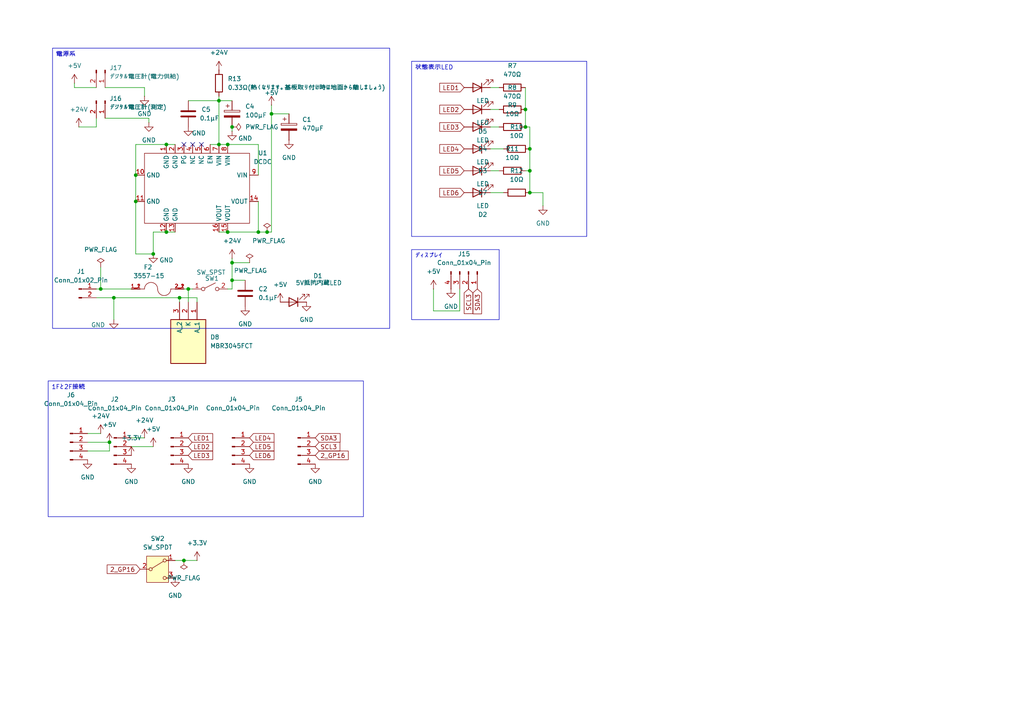
<source format=kicad_sch>
(kicad_sch (version 20250114) (generator "eeschema") (generator_version "9.0")
  (paper "A4")
  (lib_symbols
    (symbol "3557-15:3557-15" (pin_names (offset 1.016))
      (property "Reference" "F" (at -2.54 5.08 0))
      (property "Value" "3557-15" (at -2.54 -5.08 0))
      (symbol "3557-15_0_0"
        (polyline (pts (xy -5.08 0) (xy -3.81 0)) (stroke (width 0.1524)))
        (arc (start -3.81 0) (mid -1.905 1.8967) (end 0 0) (stroke (width 0.1524)))
        (arc (start 3.81 0) (mid 1.905 -1.8967) (end 0 0) (stroke (width 0.1524)))
        (polyline (pts (xy 5.08 0) (xy 3.81 0)) (stroke (width 0.1524)))
        (pin passive line (at -7.62 0 0) (length 2.54) (name "~") (number "1_1"))
        (pin passive line (at -7.62 0 0) (length 2.54) (name "~") (number "1_2"))
        (pin passive line (at 7.62 0 180) (length 2.54) (name "~") (number "2_1"))
        (pin passive line (at 7.62 0 180) (length 2.54) (name "~") (number "2_2"))
      )
    )
    (symbol "Connector:Conn_01x02_Pin" (pin_names (offset 1.016) (hide yes))
      (property "Reference" "J" (at 0 2.54 0))
      (property "Value" "Conn_01x02_Pin" (at 0 -5.08 0))
      (symbol "Conn_01x02_Pin_1_1"
        (rectangle (start 0.8636 0.127) (end 0 -0.127) (stroke (width 0.1524)) (fill (type outline)))
        (rectangle (start 0.8636 -2.413) (end 0 -2.667) (stroke (width 0.1524)) (fill (type outline)))
        (polyline (pts (xy 1.27 0) (xy 0.8636 0)) (stroke (width 0.1524)))
        (polyline (pts (xy 1.27 -2.54) (xy 0.8636 -2.54)) (stroke (width 0.1524)))
        (pin passive line (at 5.08 0 180) (length 3.81) (name "Pin_1") (number "1"))
        (pin passive line (at 5.08 -2.54 180) (length 3.81) (name "Pin_2") (number "2"))
      )
    )
    (symbol "Connector:Conn_01x04_Pin" (pin_names (offset 1.016) (hide yes))
      (property "Reference" "J" (at 0 5.08 0))
      (property "Value" "Conn_01x04_Pin" (at 0 -7.62 0))
      (symbol "Conn_01x04_Pin_1_1"
        (rectangle (start 0.8636 2.667) (end 0 2.413) (stroke (width 0.1524)) (fill (type outline)))
        (rectangle (start 0.8636 0.127) (end 0 -0.127) (stroke (width 0.1524)) (fill (type outline)))
        (rectangle (start 0.8636 -2.413) (end 0 -2.667) (stroke (width 0.1524)) (fill (type outline)))
        (rectangle (start 0.8636 -4.953) (end 0 -5.207) (stroke (width 0.1524)) (fill (type outline)))
        (polyline (pts (xy 1.27 2.54) (xy 0.8636 2.54)) (stroke (width 0.1524)))
        (polyline (pts (xy 1.27 0) (xy 0.8636 0)) (stroke (width 0.1524)))
        (polyline (pts (xy 1.27 -2.54) (xy 0.8636 -2.54)) (stroke (width 0.1524)))
        (polyline (pts (xy 1.27 -5.08) (xy 0.8636 -5.08)) (stroke (width 0.1524)))
        (pin passive line (at 5.08 2.54 180) (length 3.81) (name "Pin_1") (number "1"))
        (pin passive line (at 5.08 0 180) (length 3.81) (name "Pin_2") (number "2"))
        (pin passive line (at 5.08 -2.54 180) (length 3.81) (name "Pin_3") (number "3"))
        (pin passive line (at 5.08 -5.08 180) (length 3.81) (name "Pin_4") (number "4"))
      )
    )
    (symbol "Device:C" (pin_numbers (hide yes)) (pin_names (offset 0.254))
      (property "Reference" "C" (at 0.635 2.54 0))
      (property "Value" "C" (at 0.635 -2.54 0))
      (symbol "C_0_1"
        (polyline (pts (xy -2.032 0.762) (xy 2.032 0.762)) (stroke (width 0.508)))
        (polyline (pts (xy -2.032 -0.762) (xy 2.032 -0.762)) (stroke (width 0.508)))
      )
      (symbol "C_1_1"
        (pin passive line (at 0 3.81 270) (length 2.794) (name "~") (number "1"))
        (pin passive line (at 0 -3.81 90) (length 2.794) (name "~") (number "2"))
      )
    )
    (symbol "Device:C_Polarized" (pin_numbers (hide yes)) (pin_names (offset 0.254))
      (property "Reference" "C" (at 0.635 2.54 0))
      (property "Value" "C_Polarized" (at 0.635 -2.54 0))
      (symbol "C_Polarized_0_1"
        (rectangle (start -2.286 0.508) (end 2.286 1.016))
        (polyline (pts (xy -1.778 2.286) (xy -0.762 2.286)))
        (polyline (pts (xy -1.27 2.794) (xy -1.27 1.778)))
        (rectangle (start 2.286 -0.508) (end -2.286 -1.016) (fill (type outline)))
      )
      (symbol "C_Polarized_1_1"
        (pin passive line (at 0 3.81 270) (length 2.794) (name "~") (number "1"))
        (pin passive line (at 0 -3.81 90) (length 2.794) (name "~") (number "2"))
      )
    )
    (symbol "Device:LED" (pin_numbers (hide yes)) (pin_names (offset 1.016) (hide yes))
      (property "Reference" "D" (at 0 2.54 0))
      (property "Value" "LED" (at 0 -2.54 0))
      (symbol "LED_0_1"
        (polyline (pts (xy -3.048 -0.762) (xy -4.572 -2.286) (xy -3.81 -2.286) (xy -4.572 -2.286) (xy -4.572 -1.524)))
        (polyline (pts (xy -1.778 -0.762) (xy -3.302 -2.286) (xy -2.54 -2.286) (xy -3.302 -2.286) (xy -3.302 -1.524)))
        (polyline (pts (xy -1.27 0) (xy 1.27 0)))
        (polyline (pts (xy -1.27 -1.27) (xy -1.27 1.27)) (stroke (width 0.254)))
        (polyline (pts (xy 1.27 -1.27) (xy 1.27 1.27) (xy -1.27 0) (xy 1.27 -1.27)) (stroke (width 0.254)))
      )
      (symbol "LED_1_1"
        (pin passive line (at -3.81 0 0) (length 2.54) (name "K") (number "1"))
        (pin passive line (at 3.81 0 180) (length 2.54) (name "A") (number "2"))
      )
    )
    (symbol "Device:R" (pin_numbers (hide yes)) (pin_names (offset 0))
      (property "Reference" "R" (at 2.032 0 90))
      (property "Value" "R" (at 0 0 90))
      (symbol "R_0_1"
        (rectangle (start -1.016 -2.54) (end 1.016 2.54) (stroke (width 0.254)))
      )
      (symbol "R_1_1"
        (pin passive line (at 0 3.81 270) (length 1.27) (name "~") (number "1"))
        (pin passive line (at 0 -3.81 90) (length 1.27) (name "~") (number "2"))
      )
    )
    (symbol "LMR38025-Strawberry:LMR38025-Strawberry"
      (property "Reference" "U" (at 0 10.414 0))
      (symbol "LMR38025-Strawberry_0_1"
        (rectangle (start -16.51 0) (end 13.97 -20.32))
      )
      (symbol "LMR38025-Strawberry_1_1"
        (pin unspecified line (at -19.05 -6.35 0) (length 2.54) (name "GND") (number "10"))
        (pin unspecified line (at -19.05 -13.97 0) (length 2.54) (name "GND") (number "11"))
        (pin unspecified line (at -10.16 2.54 270) (length 2.54) (name "GND") (number "1"))
        (pin unspecified line (at -10.16 -22.86 90) (length 2.54) (name "GND") (number "12"))
        (pin unspecified line (at -7.62 2.54 270) (length 2.54) (name "GND") (number "2"))
        (pin unspecified line (at -7.62 -22.86 90) (length 2.54) (name "GND") (number "13"))
        (pin unspecified line (at -5.08 2.54 270) (length 2.54) (name "PG") (number "3"))
        (pin unspecified line (at -2.54 2.54 270) (length 2.54) (name "NC") (number "4"))
        (pin unspecified line (at 0 2.54 270) (length 2.54) (name "NC") (number "5"))
        (pin unspecified line (at 2.54 2.54 270) (length 2.54) (name "EN") (number "6"))
        (pin unspecified line (at 5.08 2.54 270) (length 2.54) (name "VIN") (number "7"))
        (pin unspecified line (at 5.08 -22.86 90) (length 2.54) (name "VOUT") (number "16"))
        (pin unspecified line (at 7.62 2.54 270) (length 2.54) (name "VIN") (number "8"))
        (pin unspecified line (at 7.62 -22.86 90) (length 2.54) (name "VOUT") (number "15"))
        (pin unspecified line (at 16.51 -6.35 180) (length 2.54) (name "VIN") (number "9"))
        (pin unspecified line (at 16.51 -13.97 180) (length 2.54) (name "VOUT") (number "14"))
      )
    )
    (symbol "MBR3045FCT:MBR3045FCT"
      (property "Reference" "D" (at 19.05 7.62 0))
      (property "Value" "MBR3045FCT" (at 19.05 5.08 0))
      (symbol "MBR3045FCT_1_1"
        (rectangle (start 5.08 2.54) (end 17.78 -7.62) (stroke (width 0.254)) (fill (type background)))
        (pin passive line (at 0 0 0) (length 5.08) (name "A_1") (number "1"))
        (pin passive line (at 0 -2.54 0) (length 5.08) (name "K") (number "2"))
        (pin passive line (at 0 -5.08 0) (length 5.08) (name "A_2") (number "3"))
      )
    )
    (symbol "Switch:SW_SPDT" (pin_names (offset 0) (hide yes))
      (property "Reference" "SW" (at 0 5.08 0))
      (property "Value" "SW_SPDT" (at 0 -5.08 0))
      (symbol "SW_SPDT_0_1"
        (circle (center -2.032 0) (radius 0.4572))
        (polyline (pts (xy -1.651 0.254) (xy 1.651 2.286)))
        (circle (center 2.032 2.54) (radius 0.4572))
        (circle (center 2.032 -2.54) (radius 0.4572))
      )
      (symbol "SW_SPDT_1_1"
        (rectangle (start -3.175 3.81) (end 3.175 -3.81) (fill (type background)))
        (pin passive line (at -5.08 0 0) (length 2.54) (name "B") (number "2"))
        (pin passive line (at 5.08 2.54 180) (length 2.54) (name "A") (number "1"))
        (pin passive line (at 5.08 -2.54 180) (length 2.54) (name "C") (number "3"))
      )
    )
    (symbol "Switch:SW_SPST" (pin_names (offset 0) (hide yes))
      (property "Reference" "SW" (at 0 3.175 0))
      (property "Value" "SW_SPST" (at 0 -2.54 0))
      (symbol "SW_SPST_0_0"
        (circle (center -2.032 0) (radius 0.508))
        (polyline (pts (xy -1.524 0.254) (xy 1.524 1.778)))
        (circle (center 2.032 0) (radius 0.508))
      )
      (symbol "SW_SPST_1_1"
        (pin passive line (at -5.08 0 0) (length 2.54) (name "A") (number "1"))
        (pin passive line (at 5.08 0 180) (length 2.54) (name "B") (number "2"))
      )
    )
    (symbol "power:+24V" (power) (pin_numbers (hide yes)) (pin_names (offset 0) (hide yes))
      (property "Value" "+24V" (at 0 3.556 0))
      (symbol "+24V_0_1"
        (polyline (pts (xy -0.762 1.27) (xy 0 2.54)))
        (polyline (pts (xy 0 2.54) (xy 0.762 1.27)))
        (polyline (pts (xy 0 0) (xy 0 2.54)))
      )
      (symbol "+24V_1_1"
        (pin power_in line (at 0 0 90) (length 0) (name "~") (number "1"))
      )
    )
    (symbol "power:+3.3V" (power) (pin_numbers (hide yes)) (pin_names (offset 0) (hide yes))
      (property "Value" "+3.3V" (at 0 3.556 0))
      (symbol "+3.3V_0_1"
        (polyline (pts (xy -0.762 1.27) (xy 0 2.54)))
        (polyline (pts (xy 0 2.54) (xy 0.762 1.27)))
        (polyline (pts (xy 0 0) (xy 0 2.54)))
      )
      (symbol "+3.3V_1_1"
        (pin power_in line (at 0 0 90) (length 0) (name "~") (number "1"))
      )
    )
    (symbol "power:+5V" (power) (pin_numbers (hide yes)) (pin_names (offset 0) (hide yes))
      (property "Value" "+5V" (at 0 3.556 0))
      (symbol "+5V_0_1"
        (polyline (pts (xy -0.762 1.27) (xy 0 2.54)))
        (polyline (pts (xy 0 2.54) (xy 0.762 1.27)))
        (polyline (pts (xy 0 0) (xy 0 2.54)))
      )
      (symbol "+5V_1_1"
        (pin power_in line (at 0 0 90) (length 0) (name "~") (number "1"))
      )
    )
    (symbol "power:GND" (power) (pin_numbers (hide yes)) (pin_names (offset 0) (hide yes))
      (property "Value" "GND" (at 0 -3.81 0))
      (symbol "GND_0_1"
        (polyline (pts (xy 0 0) (xy 0 -1.27) (xy 1.27 -1.27) (xy 0 -2.54) (xy -1.27 -1.27) (xy 0 -1.27)))
      )
      (symbol "GND_1_1"
        (pin power_in line (at 0 0 270) (length 0) (name "~") (number "1"))
      )
    )
    (symbol "power:PWR_FLAG" (power) (pin_numbers (hide yes)) (pin_names (offset 0) (hide yes))
      (property "Value" "PWR_FLAG" (at 0 3.81 0))
      (symbol "PWR_FLAG_0_0"
        (pin power_out line (at 0 0 90) (length 0) (name "~") (number "1"))
      )
      (symbol "PWR_FLAG_0_1"
        (polyline (pts (xy 0 0) (xy 0 1.27) (xy -1.016 1.905) (xy 0 2.54) (xy 1.016 1.905) (xy 0 1.27)))
      )
    )
  )
  (text_box "電源系" (at 15.24 13.97 0) (size 97.79 81.28) (margins 0.9525 0.9525 0.9525 0.9525) (effects (font (size 1.27 1.27)) (justify left top)))
  (text_box "1Fと2F接続" (at 13.97 110.49 0) (size 91.44 39.37) (margins 0.9525 0.9525 0.9525 0.9525) (effects (font (size 1.27 1.27)) (justify left top)))
  (text_box "状態表示LED" (at 119.38 17.78 0) (size 50.8 50.8) (margins 0.9525 0.9525 0.9525 0.9525) (effects (font (size 1.27 1.27)) (justify left top)))
  (text_box "ディスプレイ\n" (at 119.38 72.39 0) (size 25.4 20.32) (margins 0.9525 0.9525 0.9525 0.9525) (effects (font (size 1.27 1.27)) (justify left top)))
  (junction (at 152.4 36.83))
  (junction (at 39.37 58.42))
  (junction (at 33.02 86.36))
  (junction (at 67.31 36.83))
  (junction (at 66.04 41.91))
  (junction (at 67.31 76.2))
  (junction (at 52.07 86.36))
  (junction (at 153.67 43.18))
  (junction (at 54.61 83.82))
  (junction (at 29.21 83.82))
  (junction (at 63.5 29.21))
  (junction (at 44.45 73.66))
  (junction (at 67.31 81.28))
  (junction (at 66.04 67.31))
  (junction (at 153.67 49.53))
  (junction (at 77.47 67.31))
  (junction (at 48.26 41.91))
  (junction (at 63.5 41.91))
  (junction (at 31.75 128.27))
  (junction (at 74.93 67.31))
  (junction (at 153.67 55.88))
  (junction (at 48.26 67.31))
  (junction (at 78.74 33.02))
  (junction (at 39.37 50.8))
  (junction (at 152.4 31.75))
  (junction (at 53.34 162.56))
  (no_connect (at 53.34 41.91))
  (no_connect (at 55.88 41.91))
  (no_connect (at 58.42 41.91))
  (wire (pts (xy 66.04 83.82) (xy 67.31 83.82)))
  (wire (pts (xy 48.26 67.31) (xy 44.45 67.31)))
  (wire (pts (xy 43.18 34.29) (xy 43.18 35.56)))
  (wire (pts (xy 38.1 129.54) (xy 44.45 129.54)))
  (wire (pts (xy 44.45 67.31) (xy 44.45 73.66)))
  (wire (pts (xy 152.4 31.75) (xy 152.4 36.83)))
  (wire (pts (xy 27.94 36.83) (xy 27.94 34.29)))
  (wire (pts (xy 39.37 73.66) (xy 44.45 73.66)))
  (wire (pts (xy 57.15 162.56) (xy 53.34 162.56)))
  (wire (pts (xy 74.93 41.91) (xy 66.04 41.91)))
  (wire (pts (xy 21.59 24.13) (xy 21.59 25.4)))
  (wire (pts (xy 25.4 128.27) (xy 31.75 128.27)))
  (wire (pts (xy 153.67 49.53) (xy 153.67 55.88)))
  (wire (pts (xy 33.02 86.36) (xy 27.94 86.36)))
  (wire (pts (xy 153.67 36.83) (xy 153.67 43.18)))
  (wire (pts (xy 48.26 41.91) (xy 50.8 41.91)))
  (wire (pts (xy 67.31 81.28) (xy 71.12 81.28)))
  (wire (pts (xy 78.74 33.02) (xy 83.82 33.02)))
  (wire (pts (xy 142.24 49.53) (xy 144.78 49.53)))
  (wire (pts (xy 74.93 50.8) (xy 74.93 41.91)))
  (wire (pts (xy 31.75 130.81) (xy 25.4 130.81)))
  (wire (pts (xy 25.4 125.73) (xy 29.21 125.73)))
  (wire (pts (xy 30.48 25.4) (xy 41.91 25.4)))
  (wire (pts (xy 133.35 83.82) (xy 133.35 90.17)))
  (wire (pts (xy 22.86 36.83) (xy 27.94 36.83)))
  (wire (pts (xy 152.4 36.83) (xy 153.67 36.83)))
  (wire (pts (xy 29.21 83.82) (xy 27.94 83.82)))
  (wire (pts (xy 142.24 36.83) (xy 144.78 36.83)))
  (wire (pts (xy 77.47 67.31) (xy 74.93 67.31)))
  (wire (pts (xy 48.26 67.31) (xy 50.8 67.31)))
  (wire (pts (xy 30.48 34.29) (xy 43.18 34.29)))
  (wire (pts (xy 38.1 127) (xy 41.91 127)))
  (wire (pts (xy 31.75 128.27) (xy 31.75 130.81)))
  (wire (pts (xy 67.31 38.1) (xy 67.31 36.83)))
  (wire (pts (xy 53.34 162.56) (xy 50.8 162.56)))
  (wire (pts (xy 67.31 81.28) (xy 67.31 83.82)))
  (wire (pts (xy 39.37 50.8) (xy 39.37 58.42)))
  (wire (pts (xy 63.5 41.91) (xy 66.04 41.91)))
  (wire (pts (xy 125.73 90.17) (xy 125.73 83.82)))
  (wire (pts (xy 57.15 86.36) (xy 57.15 87.63)))
  (wire (pts (xy 157.48 55.88) (xy 157.48 59.69)))
  (wire (pts (xy 60.96 41.91) (xy 63.5 41.91)))
  (wire (pts (xy 21.59 25.4) (xy 27.94 25.4)))
  (wire (pts (xy 29.21 77.47) (xy 29.21 83.82)))
  (wire (pts (xy 153.67 49.53) (xy 152.4 49.53)))
  (wire (pts (xy 78.74 30.48) (xy 78.74 33.02)))
  (wire (pts (xy 41.91 25.4) (xy 41.91 27.94)))
  (wire (pts (xy 63.5 67.31) (xy 66.04 67.31)))
  (wire (pts (xy 67.31 76.2) (xy 67.31 81.28)))
  (wire (pts (xy 52.07 86.36) (xy 57.15 86.36)))
  (wire (pts (xy 153.67 55.88) (xy 157.48 55.88)))
  (wire (pts (xy 142.24 43.18) (xy 146.05 43.18)))
  (wire (pts (xy 78.74 67.31) (xy 77.47 67.31)))
  (wire (pts (xy 53.34 83.82) (xy 54.61 83.82)))
  (wire (pts (xy 153.67 43.18) (xy 153.67 49.53)))
  (wire (pts (xy 63.5 29.21) (xy 63.5 41.91)))
  (wire (pts (xy 55.88 83.82) (xy 54.61 83.82)))
  (wire (pts (xy 52.07 86.36) (xy 52.07 87.63)))
  (wire (pts (xy 152.4 25.4) (xy 152.4 31.75)))
  (wire (pts (xy 78.74 33.02) (xy 78.74 67.31)))
  (wire (pts (xy 142.24 31.75) (xy 144.78 31.75)))
  (wire (pts (xy 39.37 58.42) (xy 39.37 73.66)))
  (wire (pts (xy 74.93 58.42) (xy 74.93 67.31)))
  (wire (pts (xy 142.24 25.4) (xy 144.78 25.4)))
  (wire (pts (xy 67.31 76.2) (xy 72.39 76.2)))
  (wire (pts (xy 63.5 29.21) (xy 67.31 29.21)))
  (wire (pts (xy 74.93 67.31) (xy 66.04 67.31)))
  (wire (pts (xy 54.61 87.63) (xy 54.61 83.82)))
  (wire (pts (xy 54.61 29.21) (xy 63.5 29.21)))
  (wire (pts (xy 33.02 92.71) (xy 33.02 86.36)))
  (wire (pts (xy 48.26 41.91) (xy 39.37 41.91)))
  (wire (pts (xy 33.02 86.36) (xy 52.07 86.36)))
  (wire (pts (xy 142.24 55.88) (xy 146.05 55.88)))
  (wire (pts (xy 39.37 41.91) (xy 39.37 50.8)))
  (wire (pts (xy 67.31 74.93) (xy 67.31 76.2)))
  (wire (pts (xy 133.35 90.17) (xy 125.73 90.17)))
  (wire (pts (xy 63.5 27.94) (xy 63.5 29.21)))
  (wire (pts (xy 29.21 83.82) (xy 38.1 83.82)))
  (global_label "LED5" (shape input) (at 134.62 49.53 180) (property "Intersheetrefs" "${INTERSHEET_REFS}" (effects (hide yes))))
  (global_label "LED6" (shape input) (at 134.62 55.88 180) (property "Intersheetrefs" "${INTERSHEET_REFS}" (effects (hide yes))))
  (global_label "LED5" (shape input) (at 72.39 129.54 0) (property "Intersheetrefs" "${INTERSHEET_REFS}" (effects (hide yes))))
  (global_label "SDA3" (shape input) (at 91.44 127 0) (property "Intersheetrefs" "${INTERSHEET_REFS}" (effects (hide yes))))
  (global_label "LED4" (shape input) (at 72.39 127 0) (property "Intersheetrefs" "${INTERSHEET_REFS}" (effects (hide yes))))
  (global_label "LED1" (shape input) (at 54.61 127 0) (property "Intersheetrefs" "${INTERSHEET_REFS}" (effects (hide yes))))
  (global_label "LED1" (shape input) (at 134.62 25.4 180) (property "Intersheetrefs" "${INTERSHEET_REFS}" (effects (hide yes))))
  (global_label "SCL3" (shape input) (at 135.89 83.82 270) (property "Intersheetrefs" "${INTERSHEET_REFS}" (effects (hide yes))))
  (global_label "LED2" (shape input) (at 134.62 31.75 180) (property "Intersheetrefs" "${INTERSHEET_REFS}" (effects (hide yes))))
  (global_label "LED2" (shape input) (at 54.61 129.54 0) (property "Intersheetrefs" "${INTERSHEET_REFS}" (effects (hide yes))))
  (global_label "LED6" (shape input) (at 72.39 132.08 0) (property "Intersheetrefs" "${INTERSHEET_REFS}" (effects (hide yes))))
  (global_label "2_GP16" (shape input) (at 40.64 165.1 180) (property "Intersheetrefs" "${INTERSHEET_REFS}" (effects (hide yes))))
  (global_label "SCL3" (shape input) (at 91.44 129.54 0) (property "Intersheetrefs" "${INTERSHEET_REFS}" (effects (hide yes))))
  (global_label "2_GP16" (shape input) (at 91.44 132.08 0) (property "Intersheetrefs" "${INTERSHEET_REFS}" (effects (hide yes))))
  (global_label "LED3" (shape input) (at 134.62 36.83 180) (property "Intersheetrefs" "${INTERSHEET_REFS}" (effects (hide yes))))
  (global_label "LED4" (shape input) (at 134.62 43.18 180) (property "Intersheetrefs" "${INTERSHEET_REFS}" (effects (hide yes))))
  (global_label "LED3" (shape input) (at 54.61 132.08 0) (property "Intersheetrefs" "${INTERSHEET_REFS}" (effects (hide yes))))
  (global_label "SDA3" (shape input) (at 138.43 83.82 270) (property "Intersheetrefs" "${INTERSHEET_REFS}" (effects (hide yes))))
  (symbol (lib_id "power:PWR_FLAG") (at 29.21 77.47 0) (unit 1)
    (property "Reference" "#FLG01" (effects (hide yes)))
    (property "Value" "PWR_FLAG" (at 29.21 72.39 0))
    (property "Description" "Special symbol for telling ERC where power comes from" (effects (hide yes)))
  )
  (symbol (lib_id "power:GND") (at 72.39 134.62 0) (unit 1)
    (property "Reference" "#PWR017" (effects (hide yes)))
    (property "Value" "GND" (at 72.39 139.7 0))
    (property "Description" "Power symbol creates a global label with name \"GND\" , ground" (effects (hide yes)))
  )
  (symbol (lib_id "power:+24V") (at 63.5 20.32 0) (unit 1)
    (property "Reference" "#PWR08" (effects (hide yes)))
    (property "Value" "+24V" (at 63.5 15.24 0))
    (property "Description" "Power symbol creates a global label with name \"+24V\"" (effects (hide yes)))
  )
  (symbol (lib_id "Switch:SW_SPST") (at 60.96 83.82 0) (unit 1)
    (property "Reference" "SW1" (at 61.468 80.772 0))
    (property "Value" "SW_SPST" (at 61.214 78.994 0))
    (property "Footprint" "Connector_AMASS:AMASS_XT90PW-M_1x02_P10.90mm_Horizontal" (effects (hide yes)))
    (property "Description" "Single Pole Single Throw (SPST) switch" (effects (hide yes)))
  )
  (symbol (lib_id "Device:R") (at 63.5 24.13 0) (unit 1)
    (property "Reference" "R13" (at 66.04 22.8599 0) (effects (justify left)))
    (property "Value" "0.33Ω(熱くなります。基板取り付け時は地面から離しましょう)" (at 66.04 25.3999 0) (effects (justify left)))
    (property "Footprint" "Resistor_THT:R_Axial_DIN0516_L15.5mm_D5.0mm_P20.32mm_Horizontal" (effects (hide yes)))
    (property "Description" "Resistor" (effects (hide yes)))
  )
  (symbol (lib_id "Device:LED") (at 138.43 49.53 180) (unit 1)
    (property "Reference" "D7" (at 140.0175 55.88 0))
    (property "Value" "LED" (at 140.0175 53.34 0))
    (property "Footprint" "LED_THT:LED_D5.0mm" (effects (hide yes)))
    (property "Description" "Light emitting diode" (effects (hide yes)))
    (property "Sim.Pins" "1=K 2=A" (effects (hide yes)))
  )
  (symbol (lib_id "power:GND") (at 67.31 38.1 0) (unit 1)
    (property "Reference" "#PWR01" (effects (hide yes)))
    (property "Value" "GND" (at 71.12 40.132 0))
    (property "Description" "Power symbol creates a global label with name \"GND\" , ground" (effects (hide yes)))
  )
  (symbol (lib_id "Device:R") (at 148.59 49.53 90) (unit 1)
    (property "Reference" "R11" (at 148.59 43.18 90))
    (property "Value" "10Ω" (at 148.59 45.72 90))
    (property "Footprint" "Resistor_THT:R_Axial_DIN0207_L6.3mm_D2.5mm_P10.16mm_Horizontal" (effects (hide yes)))
    (property "Description" "Resistor" (effects (hide yes)))
  )
  (symbol (lib_id "power:GND") (at 54.61 134.62 0) (unit 1)
    (property "Reference" "#PWR016" (effects (hide yes)))
    (property "Value" "GND" (at 54.61 139.7 0))
    (property "Description" "Power symbol creates a global label with name \"GND\" , ground" (effects (hide yes)))
  )
  (symbol (lib_id "power:PWR_FLAG") (at 67.31 36.83 270) (unit 1)
    (property "Reference" "#FLG04" (effects (hide yes)))
    (property "Value" "PWR_FLAG" (at 71.12 36.8299 90) (effects (justify left)))
    (property "Description" "Special symbol for telling ERC where power comes from" (effects (hide yes)))
  )
  (symbol (lib_id "Device:LED") (at 85.09 87.63 180) (unit 1)
    (property "Reference" "D1" (at 92.202 80.01 0))
    (property "Value" "5V抵抗内蔵LED" (at 92.456 82.042 0))
    (property "Footprint" "LED_THT:LED_D5.0mm" (effects (hide yes)))
    (property "Description" "Light emitting diode" (effects (hide yes)))
    (property "Sim.Pins" "1=K 2=A" (effects (hide yes)))
  )
  (symbol (lib_id "Device:R") (at 148.59 31.75 270) (unit 1)
    (property "Reference" "R8" (at 148.59 25.4 90))
    (property "Value" "470Ω" (at 148.59 27.94 90))
    (property "Footprint" "Resistor_THT:R_Axial_DIN0207_L6.3mm_D2.5mm_P10.16mm_Horizontal" (effects (hide yes)))
    (property "Description" "Resistor" (effects (hide yes)))
  )
  (symbol (lib_id "Switch:SW_SPDT") (at 45.72 165.1 0) (unit 1)
    (property "Reference" "SW2" (at 45.72 156.21 0))
    (property "Value" "SW_SPDT" (at 45.72 158.75 0))
    (property "Footprint" "kicad_3MS1J102M2QES:3MS1J102M2QES" (effects (hide yes)))
    (property "Description" "Switch, single pole double throw" (effects (hide yes)))
  )
  (symbol (lib_id "power:GND") (at 50.8 167.64 0) (unit 1)
    (property "Reference" "#PWR020" (effects (hide yes)))
    (property "Value" "GND" (at 50.8 172.72 0))
    (property "Description" "Power symbol creates a global label with name \"GND\" , ground" (effects (hide yes)))
  )
  (symbol (lib_id "3557-15:3557-15") (at 45.72 83.82 0) (unit 1)
    (property "Reference" "F2" (at 42.926 77.47 0))
    (property "Value" "3557-15" (at 43.18 80.01 0))
    (property "Footprint" "3557-15:FUSE_3557-15" (effects (hide yes)))
    (property "PARTREV" "D" (effects (hide yes)))
    (property "STANDARD" "Manufacturer Recommendation" (effects (hide yes)))
    (property "SNAPEDA_PN" "3557-2" (effects (hide yes)))
    (property "MAXIMUM_PACKAGE_HEIGHT" "7.37mm" (effects (hide yes)))
    (property "MANUFACTURER" "Keystone" (effects (hide yes)))
  )
  (symbol (lib_id "power:GND") (at 44.45 73.66 0) (unit 1)
    (property "Reference" "#PWR07" (effects (hide yes)))
    (property "Value" "GND" (at 48.26 75.438 0))
    (property "Description" "Power symbol creates a global label with name \"GND\" , ground" (effects (hide yes)))
  )
  (symbol (lib_id "Connector:Conn_01x02_Pin") (at 30.48 29.21 270) (unit 1)
    (property "Reference" "J16" (at 31.75 28.5749 90) (effects (justify left)))
    (property "Value" "デジタル電圧計(測定)" (at 31.75 31.1149 90) (effects (justify left)))
    (property "Footprint" "Connector_JST:JST_XH_B2B-XH-A_1x02_P2.50mm_Vertical" (effects (hide yes)))
    (property "Description" "Generic connector, single row, 01x02, script generated" (effects (hide yes)))
  )
  (symbol (lib_id "power:GND") (at 38.1 134.62 0) (unit 1)
    (property "Reference" "#PWR015" (effects (hide yes)))
    (property "Value" "GND" (at 38.1 139.7 0))
    (property "Description" "Power symbol creates a global label with name \"GND\" , ground" (effects (hide yes)))
  )
  (symbol (lib_id "Device:R") (at 148.59 25.4 270) (unit 1)
    (property "Reference" "R7" (at 148.59 19.05 90))
    (property "Value" "470Ω" (at 148.59 21.59 90))
    (property "Footprint" "Resistor_THT:R_Axial_DIN0207_L6.3mm_D2.5mm_P10.16mm_Horizontal" (effects (hide yes)))
    (property "Description" "Resistor" (effects (hide yes)))
  )
  (symbol (lib_id "power:+5V") (at 78.74 30.48 0) (unit 1)
    (property "Reference" "#PWR09" (effects (hide yes)))
    (property "Value" "+5V" (at 78.74 26.924 0))
    (property "Description" "Power symbol creates a global label with name \"+5V\"" (effects (hide yes)))
  )
  (symbol (lib_id "Device:C_Polarized") (at 67.31 33.02 0) (unit 1)
    (property "Reference" "C4" (at 71.12 30.8609 0) (effects (justify left)))
    (property "Value" "100μF" (at 71.12 33.4009 0) (effects (justify left)))
    (property "Footprint" "Capacitor_THT:CP_Radial_D8.0mm_P3.50mm" (effects (hide yes)))
    (property "Description" "Polarized capacitor" (effects (hide yes)))
  )
  (symbol (lib_id "power:GND") (at 88.9 87.63 0) (unit 1)
    (property "Reference" "#PWR011" (effects (hide yes)))
    (property "Value" "GND" (at 88.9 92.71 0))
    (property "Description" "Power symbol creates a global label with name \"GND\" , ground" (effects (hide yes)))
  )
  (symbol (lib_id "power:+24V") (at 41.91 127 0) (unit 1)
    (property "Reference" "#PWR013" (effects (hide yes)))
    (property "Value" "+24V" (at 41.91 121.92 0))
    (property "Description" "Power symbol creates a global label with name \"+24V\"" (effects (hide yes)))
  )
  (symbol (lib_id "Device:LED") (at 138.43 36.83 180) (unit 1)
    (property "Reference" "D4" (at 140.0175 43.18 0))
    (property "Value" "LED" (at 140.0175 40.64 0))
    (property "Footprint" "LED_THT:LED_D5.0mm" (effects (hide yes)))
    (property "Description" "Light emitting diode" (effects (hide yes)))
    (property "Sim.Pins" "1=K 2=A" (effects (hide yes)))
  )
  (symbol (lib_id "power:GND") (at 33.02 92.71 0) (unit 1)
    (property "Reference" "#PWR02" (effects (hide yes)))
    (property "Value" "GND" (at 28.448 94.234 0))
    (property "Description" "Power symbol creates a global label with name \"GND\" , ground" (effects (hide yes)))
  )
  (symbol (lib_id "power:+3.3V") (at 38.1 132.08 0) (unit 1)
    (property "Reference" "#PWR021" (effects (hide yes)))
    (property "Value" "+3.3V" (at 38.1 127 0))
    (property "Description" "Power symbol creates a global label with name \"+3.3V\"" (effects (hide yes)))
  )
  (symbol (lib_id "power:GND") (at 54.61 36.83 0) (unit 1)
    (property "Reference" "#PWR03" (effects (hide yes)))
    (property "Value" "GND" (at 57.658 38.608 0))
    (property "Description" "Power symbol creates a global label with name \"GND\" , ground" (effects (hide yes)))
  )
  (symbol (lib_id "Connector:Conn_01x02_Pin") (at 22.86 83.82 0) (unit 1)
    (property "Reference" "J1" (at 23.495 78.74 0))
    (property "Value" "Conn_01x02_Pin" (at 23.495 81.28 0))
    (property "Footprint" "Connector_AMASS:AMASS_XT90PW-M_1x02_P10.90mm_Horizontal" (effects (hide yes)))
    (property "Description" "Generic connector, single row, 01x02, script generated" (effects (hide yes)))
  )
  (symbol (lib_id "power:+5V") (at 125.73 83.82 0) (unit 1)
    (property "Reference" "#PWR06" (effects (hide yes)))
    (property "Value" "+5V" (at 125.73 78.74 0))
    (property "Description" "Power symbol creates a global label with name \"+5V\"" (effects (hide yes)))
  )
  (symbol (lib_id "power:GND") (at 71.12 88.9 0) (unit 1)
    (property "Reference" "#PWR047" (effects (hide yes)))
    (property "Value" "GND" (at 71.12 93.98 0))
    (property "Description" "Power symbol creates a global label with name \"GND\" , ground" (effects (hide yes)))
  )
  (symbol (lib_id "Device:LED") (at 138.43 43.18 180) (unit 1)
    (property "Reference" "D3" (at 140.0175 49.53 0))
    (property "Value" "LED" (at 140.0175 46.99 0))
    (property "Footprint" "LED_THT:LED_D5.0mm" (effects (hide yes)))
    (property "Description" "Light emitting diode" (effects (hide yes)))
    (property "Sim.Pins" "1=K 2=A" (effects (hide yes)))
  )
  (symbol (lib_id "power:GND") (at 157.48 59.69 0) (unit 1)
    (property "Reference" "#PWR012" (effects (hide yes)))
    (property "Value" "GND" (at 157.48 64.77 0))
    (property "Description" "Power symbol creates a global label with name \"GND\" , ground" (effects (hide yes)))
  )
  (symbol (lib_id "power:+5V") (at 44.45 129.54 0) (unit 1)
    (property "Reference" "#PWR014" (effects (hide yes)))
    (property "Value" "+5V" (at 44.45 124.46 0))
    (property "Description" "Power symbol creates a global label with name \"+5V\"" (effects (hide yes)))
  )
  (symbol (lib_id "Connector:Conn_01x04_Pin") (at 20.32 128.27 0) (unit 1)
    (property "Reference" "J6" (at 20.574 114.554 0))
    (property "Value" "Conn_01x04_Pin" (at 20.574 117.094 0))
    (property "Footprint" "Connector_PinHeader_2.54mm:PinHeader_1x04_P2.54mm_Vertical" (effects (hide yes)))
    (property "Description" "Generic connector, single row, 01x04, script generated" (effects (hide yes)))
  )
  (symbol (lib_id "Connector:Conn_01x04_Pin") (at 86.36 129.54 0) (unit 1)
    (property "Reference" "J5" (at 86.614 115.824 0))
    (property "Value" "Conn_01x04_Pin" (at 86.614 118.364 0))
    (property "Footprint" "Connector_PinHeader_2.54mm:PinHeader_1x04_P2.54mm_Vertical" (effects (hide yes)))
    (property "Description" "Generic connector, single row, 01x04, script generated" (effects (hide yes)))
  )
  (symbol (lib_id "Device:LED") (at 138.43 25.4 180) (unit 1)
    (property "Reference" "D6" (at 287.3375 -124.46 0))
    (property "Value" "LED" (at 140.0175 29.21 0))
    (property "Footprint" "LED_THT:LED_D5.0mm" (effects (hide yes)))
    (property "Description" "Light emitting diode" (effects (hide yes)))
    (property "Sim.Pins" "1=K 2=A" (effects (hide yes)))
  )
  (symbol (lib_id "Device:R") (at 149.86 43.18 90) (unit 1)
    (property "Reference" "R10" (at 149.86 36.83 90))
    (property "Value" "10Ω" (at 149.86 39.37 90))
    (property "Footprint" "Resistor_THT:R_Axial_DIN0207_L6.3mm_D2.5mm_P10.16mm_Horizontal" (effects (hide yes)))
    (property "Description" "Resistor" (effects (hide yes)))
  )
  (symbol (lib_id "LMR38025-Strawberry:LMR38025-Strawberry") (at 58.42 44.45 0) (unit 1)
    (property "Reference" "U1" (at 76.2 44.3798 0))
    (property "Value" "DCDC" (at 76.2 46.9198 0))
    (property "Footprint" "LMR38025:LMR" (effects (hide yes)))
  )
  (symbol (lib_id "Device:R") (at 149.86 55.88 90) (unit 1)
    (property "Reference" "R12" (at 149.86 49.53 90))
    (property "Value" "10Ω" (at 149.86 52.07 90))
    (property "Footprint" "Resistor_THT:R_Axial_DIN0207_L6.3mm_D2.5mm_P10.16mm_Horizontal" (effects (hide yes)))
    (property "Description" "Resistor" (effects (hide yes)))
  )
  (symbol (lib_id "power:PWR_FLAG") (at 77.47 67.31 0) (unit 1)
    (property "Reference" "#FLG02" (effects (hide yes)))
    (property "Value" "PWR_FLAG" (at 73.152 69.85 0) (effects (justify left)))
    (property "Description" "Special symbol for telling ERC where power comes from" (effects (hide yes)))
  )
  (symbol (lib_id "power:GND") (at 43.18 35.56 0) (unit 1)
    (property "Reference" "#PWR036" (effects (hide yes)))
    (property "Value" "GND" (at 43.18 40.64 0))
    (property "Description" "Power symbol creates a global label with name \"GND\" , ground" (effects (hide yes)))
  )
  (symbol (lib_id "power:+24V") (at 22.86 36.83 0) (unit 1)
    (property "Reference" "#PWR035" (effects (hide yes)))
    (property "Value" "+24V" (at 22.86 31.75 0))
    (property "Description" "Power symbol creates a global label with name \"+24V\"" (effects (hide yes)))
  )
  (symbol (lib_id "Connector:Conn_01x02_Pin") (at 30.48 20.32 270) (unit 1)
    (property "Reference" "J17" (at 31.75 19.6849 90) (effects (justify left)))
    (property "Value" "デジタル電圧計(電力供給)" (at 31.75 22.2249 90) (effects (justify left)))
    (property "Footprint" "Connector_JST:JST_XH_B2B-XH-A_1x02_P2.50mm_Vertical" (effects (hide yes)))
    (property "Description" "Generic connector, single row, 01x02, script generated" (effects (hide yes)))
  )
  (symbol (lib_id "Connector:Conn_01x04_Pin") (at 67.31 129.54 0) (unit 1)
    (property "Reference" "J4" (at 67.564 115.824 0))
    (property "Value" "Conn_01x04_Pin" (at 67.564 118.364 0))
    (property "Footprint" "Connector_PinHeader_2.54mm:PinHeader_1x04_P2.54mm_Vertical" (effects (hide yes)))
    (property "Description" "Generic connector, single row, 01x04, script generated" (effects (hide yes)))
  )
  (symbol (lib_id "power:GND") (at 25.4 133.35 0) (unit 1)
    (property "Reference" "#PWR022" (effects (hide yes)))
    (property "Value" "GND" (at 25.4 138.43 0))
    (property "Description" "Power symbol creates a global label with name \"GND\" , ground" (effects (hide yes)))
  )
  (symbol (lib_id "power:+3.3V") (at 57.15 162.56 0) (unit 1)
    (property "Reference" "#PWR019" (effects (hide yes)))
    (property "Value" "+3.3V" (at 57.15 157.48 0))
    (property "Description" "Power symbol creates a global label with name \"+3.3V\"" (effects (hide yes)))
  )
  (symbol (lib_id "MBR3045FCT:MBR3045FCT") (at 57.15 87.63 270) (unit 1)
    (property "Reference" "D8" (at 60.96 97.7899 90) (effects (justify left)))
    (property "Value" "MBR3045FCT" (at 60.96 100.3299 90) (effects (justify left)))
    (property "Footprint" "KiCad_MBR3045:TO255P480X1000X2050-3P" (effects (hide yes)))
    (property "Datasheet" "https://www.panjit.com.tw/en/Product/downloadPDF/MBR3045FCT" (effects (hide yes)))
    (property "Description" "Power Schottky (IF1A) - MBR3045FCT , Standard, 45V, 30A, ITO-220AB" (effects (hide yes)))
    (property "Height" "4.8" (effects (hide yes)))
    (property "Manufacturer_Name" "PANJIT" (effects (hide yes)))
    (property "Manufacturer_Part_Number" "MBR3045FCT" (effects (hide yes)))
  )
  (symbol (lib_id "Connector:Conn_01x04_Pin") (at 49.53 129.54 0) (unit 1)
    (property "Reference" "J3" (at 49.784 115.824 0))
    (property "Value" "Conn_01x04_Pin" (at 49.784 118.364 0))
    (property "Footprint" "Connector_PinHeader_2.54mm:PinHeader_1x04_P2.54mm_Vertical" (effects (hide yes)))
    (property "Description" "Generic connector, single row, 01x04, script generated" (effects (hide yes)))
  )
  (symbol (lib_id "power:+24V") (at 67.31 74.93 0) (unit 1)
    (property "Reference" "#PWR04" (effects (hide yes)))
    (property "Value" "+24V" (at 67.31 69.85 0))
    (property "Description" "Power symbol creates a global label with name \"+24V\"" (effects (hide yes)))
  )
  (symbol (lib_id "power:+24V") (at 29.21 125.73 0) (unit 1)
    (property "Reference" "#PWR023" (effects (hide yes)))
    (property "Value" "+24V" (at 29.21 120.65 0))
    (property "Description" "Power symbol creates a global label with name \"+24V\"" (effects (hide yes)))
  )
  (symbol (lib_id "Connector:Conn_01x04_Pin") (at 135.89 78.74 270) (unit 1)
    (property "Reference" "J15" (at 134.62 73.66 90))
    (property "Value" "Conn_01x04_Pin" (at 134.62 76.2 90))
    (property "Footprint" "Connector_PinSocket_2.54mm:PinSocket_1x04_P2.54mm_Vertical" (effects (hide yes)))
    (property "Description" "Generic connector, single row, 01x04, script generated" (effects (hide yes)))
  )
  (symbol (lib_id "Connector:Conn_01x04_Pin") (at 33.02 129.54 0) (unit 1)
    (property "Reference" "J2" (at 33.274 115.824 0))
    (property "Value" "Conn_01x04_Pin" (at 33.274 118.364 0))
    (property "Footprint" "Connector_PinHeader_2.54mm:PinHeader_1x04_P2.54mm_Vertical" (effects (hide yes)))
    (property "Description" "Generic connector, single row, 01x04, script generated" (effects (hide yes)))
  )
  (symbol (lib_id "power:PWR_FLAG") (at 53.34 162.56 180) (unit 1)
    (property "Reference" "#FLG05" (effects (hide yes)))
    (property "Value" "PWR_FLAG" (at 53.34 167.64 0))
    (property "Description" "Special symbol for telling ERC where power comes from" (effects (hide yes)))
  )
  (symbol (lib_id "Device:C") (at 71.12 85.09 0) (unit 1)
    (property "Reference" "C2" (at 74.93 83.8199 0) (effects (justify left)))
    (property "Value" "0.1μF" (at 74.93 86.3599 0) (effects (justify left)))
    (property "Footprint" "Capacitor_SMD:C_0603_1608Metric" (effects (hide yes)))
    (property "Description" "Unpolarized capacitor" (effects (hide yes)))
  )
  (symbol (lib_id "power:+5V") (at 21.59 24.13 0) (unit 1)
    (property "Reference" "#PWR037" (effects (hide yes)))
    (property "Value" "+5V" (at 21.59 19.05 0))
    (property "Description" "Power symbol creates a global label with name \"+5V\"" (effects (hide yes)))
  )
  (symbol (lib_id "power:+5V") (at 31.75 128.27 0) (unit 1)
    (property "Reference" "#PWR024" (effects (hide yes)))
    (property "Value" "+5V" (at 31.75 123.19 0))
    (property "Description" "Power symbol creates a global label with name \"+5V\"" (effects (hide yes)))
  )
  (symbol (lib_id "Device:LED") (at 138.43 55.88 180) (unit 1)
    (property "Reference" "D2" (at 140.0175 62.23 0))
    (property "Value" "LED" (at 140.0175 59.69 0))
    (property "Footprint" "LED_THT:LED_D5.0mm" (effects (hide yes)))
    (property "Description" "Light emitting diode" (effects (hide yes)))
    (property "Sim.Pins" "1=K 2=A" (effects (hide yes)))
  )
  (symbol (lib_id "Device:LED") (at 138.43 31.75 180) (unit 1)
    (property "Reference" "D5" (at 140.0175 38.1 0))
    (property "Value" "LED" (at 140.0175 35.56 0))
    (property "Footprint" "LED_THT:LED_D5.0mm" (effects (hide yes)))
    (property "Description" "Light emitting diode" (effects (hide yes)))
    (property "Sim.Pins" "1=K 2=A" (effects (hide yes)))
  )
  (symbol (lib_id "power:GND") (at 91.44 134.62 0) (unit 1)
    (property "Reference" "#PWR018" (effects (hide yes)))
    (property "Value" "GND" (at 91.44 139.7 0))
    (property "Description" "Power symbol creates a global label with name \"GND\" , ground" (effects (hide yes)))
  )
  (symbol (lib_id "power:GND") (at 83.82 40.64 0) (unit 1)
    (property "Reference" "#PWR049" (effects (hide yes)))
    (property "Value" "GND" (at 83.82 45.72 0))
    (property "Description" "Power symbol creates a global label with name \"GND\" , ground" (effects (hide yes)))
  )
  (symbol (lib_id "Device:C_Polarized") (at 83.82 36.83 0) (unit 1)
    (property "Reference" "C1" (at 87.63 34.6709 0) (effects (justify left)))
    (property "Value" "470μF" (at 87.63 37.2109 0) (effects (justify left)))
    (property "Footprint" "KiCad_16SEPC470M:CAPPRD500W65D1000H1300" (effects (hide yes)))
    (property "Description" "Polarized capacitor" (effects (hide yes)))
  )
  (symbol (lib_id "power:GND") (at 130.81 83.82 0) (unit 1)
    (property "Reference" "#PWR05" (effects (hide yes)))
    (property "Value" "GND" (at 130.81 88.9 0))
    (property "Description" "Power symbol creates a global label with name \"GND\" , ground" (effects (hide yes)))
  )
  (symbol (lib_id "power:+5V") (at 81.28 87.63 0) (unit 1)
    (property "Reference" "#PWR010" (effects (hide yes)))
    (property "Value" "+5V" (at 81.28 82.55 0))
    (property "Description" "Power symbol creates a global label with name \"+5V\"" (effects (hide yes)))
  )
  (symbol (lib_id "power:PWR_FLAG") (at 72.39 76.2 0) (unit 1)
    (property "Reference" "#FLG03" (effects (hide yes)))
    (property "Value" "PWR_FLAG" (at 72.644 78.486 0))
    (property "Description" "Special symbol for telling ERC where power comes from" (effects (hide yes)))
  )
  (symbol (lib_id "Device:R") (at 148.59 36.83 90) (unit 1)
    (property "Reference" "R9" (at 148.59 30.48 90))
    (property "Value" "10Ω" (at 148.59 33.02 90))
    (property "Footprint" "Resistor_THT:R_Axial_DIN0207_L6.3mm_D2.5mm_P10.16mm_Horizontal" (effects (hide yes)))
    (property "Description" "Resistor" (effects (hide yes)))
  )
  (symbol (lib_id "Device:C") (at 54.61 33.02 0) (unit 1)
    (property "Reference" "C5" (at 58.42 31.7499 0) (effects (justify left)))
    (property "Value" "0.1μF" (at 57.912 34.29 0) (effects (justify left)))
    (property "Footprint" "Capacitor_SMD:C_0603_1608Metric" (effects (hide yes)))
    (property "Description" "Unpolarized capacitor" (effects (hide yes)))
  )
  (symbol (lib_id "power:GND") (at 41.91 27.94 0) (unit 1)
    (property "Reference" "#PWR038" (effects (hide yes)))
    (property "Value" "GND" (at 41.91 33.02 0))
    (property "Description" "Power symbol creates a global label with name \"GND\" , ground" (effects (hide yes)))
  )
)
</source>
